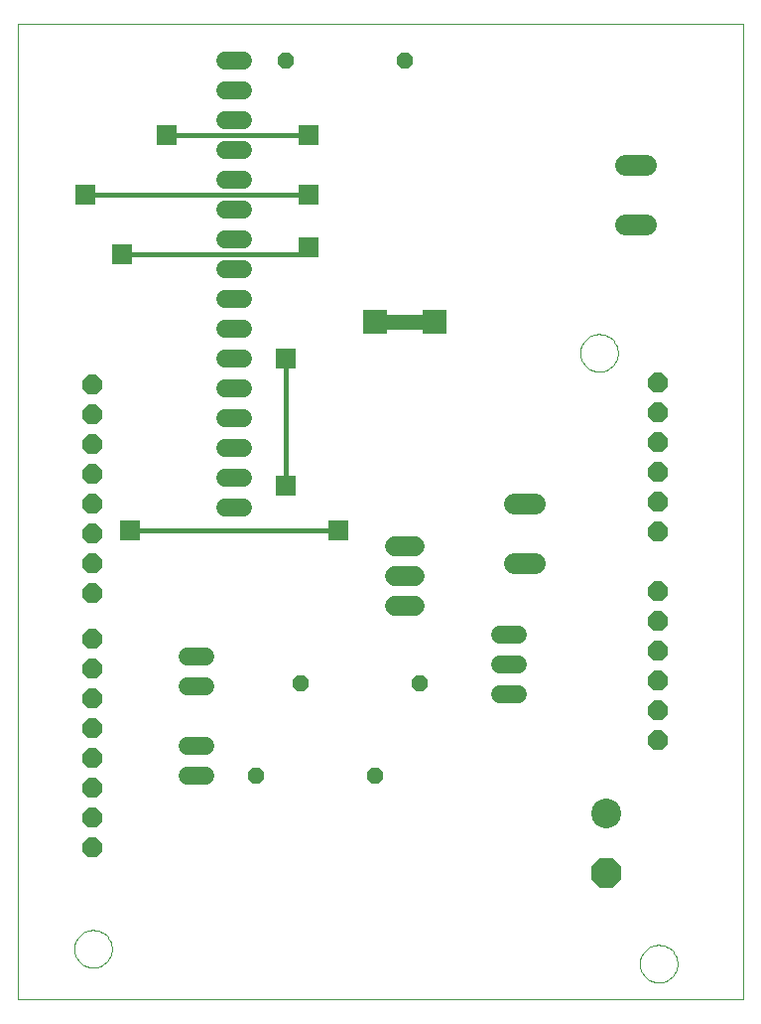
<source format=gbl>
G75*
%MOIN*%
%OFA0B0*%
%FSLAX24Y24*%
%IPPOS*%
%LPD*%
%AMOC8*
5,1,8,0,0,1.08239X$1,22.5*
%
%ADD10C,0.0000*%
%ADD11C,0.0600*%
%ADD12C,0.0594*%
%ADD13OC8,0.0520*%
%ADD14C,0.1000*%
%ADD15OC8,0.1000*%
%ADD16OC8,0.0660*%
%ADD17C,0.0660*%
%ADD18C,0.0705*%
%ADD19C,0.0160*%
%ADD20R,0.0700X0.0700*%
%ADD21C,0.0500*%
%ADD22R,0.0800X0.0800*%
D10*
X000180Y007200D02*
X000180Y039946D01*
X024550Y039946D01*
X024550Y007200D01*
X000180Y007200D01*
X002068Y008904D02*
X002070Y008954D01*
X002076Y009004D01*
X002086Y009053D01*
X002100Y009101D01*
X002117Y009148D01*
X002138Y009193D01*
X002163Y009237D01*
X002191Y009278D01*
X002223Y009317D01*
X002257Y009354D01*
X002294Y009388D01*
X002334Y009418D01*
X002376Y009445D01*
X002420Y009469D01*
X002466Y009490D01*
X002513Y009506D01*
X002561Y009519D01*
X002611Y009528D01*
X002660Y009533D01*
X002711Y009534D01*
X002761Y009531D01*
X002810Y009524D01*
X002859Y009513D01*
X002907Y009498D01*
X002953Y009480D01*
X002998Y009458D01*
X003041Y009432D01*
X003082Y009403D01*
X003121Y009371D01*
X003157Y009336D01*
X003189Y009298D01*
X003219Y009258D01*
X003246Y009215D01*
X003269Y009171D01*
X003288Y009125D01*
X003304Y009077D01*
X003316Y009028D01*
X003324Y008979D01*
X003328Y008929D01*
X003328Y008879D01*
X003324Y008829D01*
X003316Y008780D01*
X003304Y008731D01*
X003288Y008683D01*
X003269Y008637D01*
X003246Y008593D01*
X003219Y008550D01*
X003189Y008510D01*
X003157Y008472D01*
X003121Y008437D01*
X003082Y008405D01*
X003041Y008376D01*
X002998Y008350D01*
X002953Y008328D01*
X002907Y008310D01*
X002859Y008295D01*
X002810Y008284D01*
X002761Y008277D01*
X002711Y008274D01*
X002660Y008275D01*
X002611Y008280D01*
X002561Y008289D01*
X002513Y008302D01*
X002466Y008318D01*
X002420Y008339D01*
X002376Y008363D01*
X002334Y008390D01*
X002294Y008420D01*
X002257Y008454D01*
X002223Y008491D01*
X002191Y008530D01*
X002163Y008571D01*
X002138Y008615D01*
X002117Y008660D01*
X002100Y008707D01*
X002086Y008755D01*
X002076Y008804D01*
X002070Y008854D01*
X002068Y008904D01*
X021068Y008404D02*
X021070Y008454D01*
X021076Y008504D01*
X021086Y008553D01*
X021100Y008601D01*
X021117Y008648D01*
X021138Y008693D01*
X021163Y008737D01*
X021191Y008778D01*
X021223Y008817D01*
X021257Y008854D01*
X021294Y008888D01*
X021334Y008918D01*
X021376Y008945D01*
X021420Y008969D01*
X021466Y008990D01*
X021513Y009006D01*
X021561Y009019D01*
X021611Y009028D01*
X021660Y009033D01*
X021711Y009034D01*
X021761Y009031D01*
X021810Y009024D01*
X021859Y009013D01*
X021907Y008998D01*
X021953Y008980D01*
X021998Y008958D01*
X022041Y008932D01*
X022082Y008903D01*
X022121Y008871D01*
X022157Y008836D01*
X022189Y008798D01*
X022219Y008758D01*
X022246Y008715D01*
X022269Y008671D01*
X022288Y008625D01*
X022304Y008577D01*
X022316Y008528D01*
X022324Y008479D01*
X022328Y008429D01*
X022328Y008379D01*
X022324Y008329D01*
X022316Y008280D01*
X022304Y008231D01*
X022288Y008183D01*
X022269Y008137D01*
X022246Y008093D01*
X022219Y008050D01*
X022189Y008010D01*
X022157Y007972D01*
X022121Y007937D01*
X022082Y007905D01*
X022041Y007876D01*
X021998Y007850D01*
X021953Y007828D01*
X021907Y007810D01*
X021859Y007795D01*
X021810Y007784D01*
X021761Y007777D01*
X021711Y007774D01*
X021660Y007775D01*
X021611Y007780D01*
X021561Y007789D01*
X021513Y007802D01*
X021466Y007818D01*
X021420Y007839D01*
X021376Y007863D01*
X021334Y007890D01*
X021294Y007920D01*
X021257Y007954D01*
X021223Y007991D01*
X021191Y008030D01*
X021163Y008071D01*
X021138Y008115D01*
X021117Y008160D01*
X021100Y008207D01*
X021086Y008255D01*
X021076Y008304D01*
X021070Y008354D01*
X021068Y008404D01*
X019068Y028904D02*
X019070Y028954D01*
X019076Y029004D01*
X019086Y029053D01*
X019100Y029101D01*
X019117Y029148D01*
X019138Y029193D01*
X019163Y029237D01*
X019191Y029278D01*
X019223Y029317D01*
X019257Y029354D01*
X019294Y029388D01*
X019334Y029418D01*
X019376Y029445D01*
X019420Y029469D01*
X019466Y029490D01*
X019513Y029506D01*
X019561Y029519D01*
X019611Y029528D01*
X019660Y029533D01*
X019711Y029534D01*
X019761Y029531D01*
X019810Y029524D01*
X019859Y029513D01*
X019907Y029498D01*
X019953Y029480D01*
X019998Y029458D01*
X020041Y029432D01*
X020082Y029403D01*
X020121Y029371D01*
X020157Y029336D01*
X020189Y029298D01*
X020219Y029258D01*
X020246Y029215D01*
X020269Y029171D01*
X020288Y029125D01*
X020304Y029077D01*
X020316Y029028D01*
X020324Y028979D01*
X020328Y028929D01*
X020328Y028879D01*
X020324Y028829D01*
X020316Y028780D01*
X020304Y028731D01*
X020288Y028683D01*
X020269Y028637D01*
X020246Y028593D01*
X020219Y028550D01*
X020189Y028510D01*
X020157Y028472D01*
X020121Y028437D01*
X020082Y028405D01*
X020041Y028376D01*
X019998Y028350D01*
X019953Y028328D01*
X019907Y028310D01*
X019859Y028295D01*
X019810Y028284D01*
X019761Y028277D01*
X019711Y028274D01*
X019660Y028275D01*
X019611Y028280D01*
X019561Y028289D01*
X019513Y028302D01*
X019466Y028318D01*
X019420Y028339D01*
X019376Y028363D01*
X019334Y028390D01*
X019294Y028420D01*
X019257Y028454D01*
X019223Y028491D01*
X019191Y028530D01*
X019163Y028571D01*
X019138Y028615D01*
X019117Y028660D01*
X019100Y028707D01*
X019086Y028755D01*
X019076Y028804D01*
X019070Y028854D01*
X019068Y028904D01*
D11*
X007730Y028700D02*
X007130Y028700D01*
X007130Y029700D02*
X007730Y029700D01*
X007730Y030700D02*
X007130Y030700D01*
X007130Y031700D02*
X007730Y031700D01*
X007730Y032700D02*
X007130Y032700D01*
X007130Y033700D02*
X007730Y033700D01*
X007730Y034700D02*
X007130Y034700D01*
X007130Y035700D02*
X007730Y035700D01*
X007730Y036700D02*
X007130Y036700D01*
X007130Y037700D02*
X007730Y037700D01*
X007730Y038700D02*
X007130Y038700D01*
X007130Y027700D02*
X007730Y027700D01*
X007730Y026700D02*
X007130Y026700D01*
X007130Y025700D02*
X007730Y025700D01*
X007730Y024700D02*
X007130Y024700D01*
X007130Y023700D02*
X007730Y023700D01*
D12*
X006477Y018700D02*
X005883Y018700D01*
X005883Y017700D02*
X006477Y017700D01*
X006477Y015700D02*
X005883Y015700D01*
X005883Y014700D02*
X006477Y014700D01*
X016383Y017450D02*
X016977Y017450D01*
X016977Y018450D02*
X016383Y018450D01*
X016383Y019450D02*
X016977Y019450D01*
D13*
X013680Y017800D03*
X012180Y014700D03*
X009680Y017800D03*
X008180Y014700D03*
X009180Y038700D03*
X013180Y038700D03*
D14*
X019930Y013450D03*
D15*
X019930Y011450D03*
D16*
X021680Y015900D03*
X021680Y016900D03*
X021680Y017900D03*
X021680Y018900D03*
X021680Y019900D03*
X021680Y020900D03*
X021680Y022900D03*
X021680Y023900D03*
X021680Y024900D03*
X021680Y025900D03*
X021680Y026900D03*
X021680Y027900D03*
X002680Y027850D03*
X002680Y026850D03*
X002680Y025850D03*
X002680Y024850D03*
X002680Y023850D03*
X002680Y022850D03*
X002680Y021850D03*
X002680Y020850D03*
X002680Y019300D03*
X002680Y018300D03*
X002680Y017300D03*
X002680Y016300D03*
X002680Y015300D03*
X002680Y014300D03*
X002680Y013300D03*
X002680Y012300D03*
D17*
X012850Y020400D02*
X013510Y020400D01*
X013510Y021400D02*
X012850Y021400D01*
X012850Y022400D02*
X013510Y022400D01*
D18*
X016828Y021850D02*
X017533Y021850D01*
X017533Y023850D02*
X016828Y023850D01*
X020578Y033200D02*
X021283Y033200D01*
X021283Y035200D02*
X020578Y035200D01*
D19*
X009930Y034200D02*
X002430Y034200D01*
X003680Y032200D02*
X009680Y032200D01*
X009930Y032450D01*
X009180Y028700D02*
X009180Y024450D01*
X010930Y022950D02*
X003930Y022950D01*
X005180Y036200D02*
X009930Y036200D01*
D20*
X009930Y036200D03*
X009930Y034200D03*
X009930Y032450D03*
X009180Y028700D03*
X009180Y024450D03*
X010930Y022950D03*
X003930Y022950D03*
X003680Y032200D03*
X002430Y034200D03*
X005180Y036200D03*
D21*
X012180Y029950D02*
X014180Y029950D01*
D22*
X014180Y029950D03*
X012180Y029950D03*
M02*

</source>
